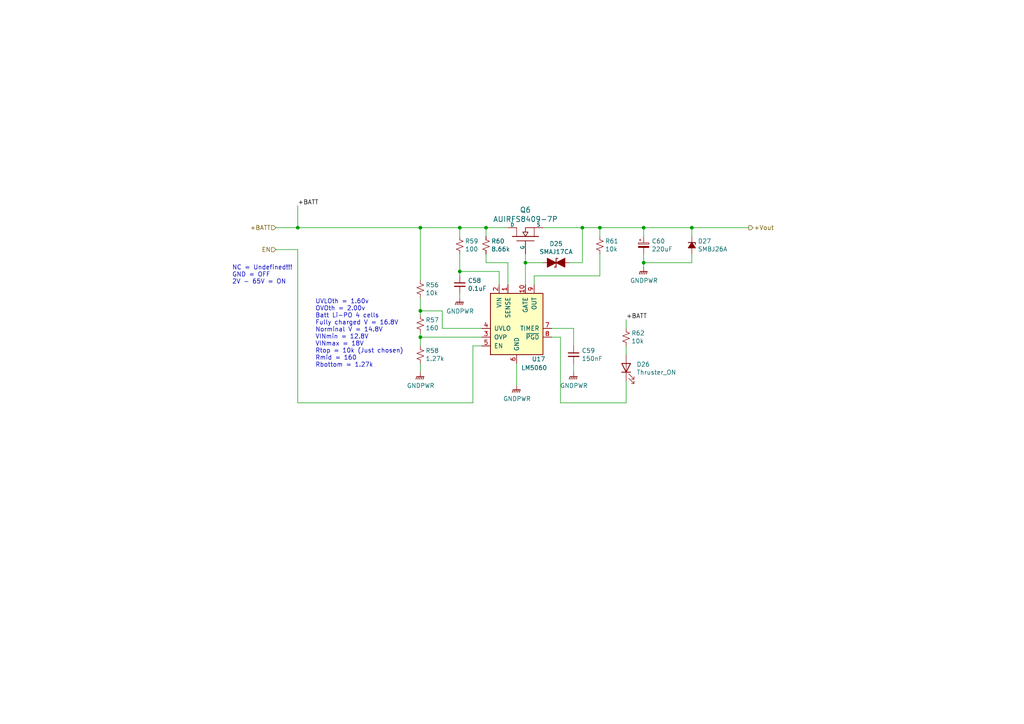
<source format=kicad_sch>
(kicad_sch (version 20211123) (generator eeschema)
  (paper "A4")
  (title_block (title "Power Management for Zeabus AUV") (date "20-April-2020") (rev "1.0.0") (company "Zeabus") (comment 1 "by Natchanan Thongtem and Akrapong Patchararungruang"))
  (lib_symbols
    (symbol "Device:C_Polarized_Small" (pin_numbers hide) (pin_names (offset 0.254) hide)
      (property "Reference" "C" (at 0.254 1.778 0))
      (property "Value" "C_Polarized_Small" (at 0.254 -2.032 0))
      (symbol "C_Polarized_Small_0_1"
        (rectangle (start -1.524 -0.3048) (end 1.524 -0.6858) (fill (type outline)))
        (rectangle (start -1.524 0.6858) (end 1.524 0.3048))
        (polyline (pts (xy -1.27 1.524) (xy -0.762 1.524)))
        (polyline (pts (xy -1.016 1.27) (xy -1.016 1.778)))
      )
      (symbol "C_Polarized_Small_1_1"
        (pin passive line (at 0 2.54 270) (length 1.8542) (name "~") (number "1"))
        (pin passive line (at 0 -2.54 90) (length 1.8542) (name "~") (number "2"))
      )
    )
    (symbol "Device:C_Small" (pin_numbers hide) (pin_names (offset 0.254) hide)
      (property "Reference" "C" (at 0.254 1.778 0))
      (property "Value" "C_Small" (at 0.254 -2.032 0))
      (symbol "C_Small_0_1"
        (polyline (pts (xy -1.524 -0.508) (xy 1.524 -0.508)) (stroke (width 0.3302)))
        (polyline (pts (xy -1.524 0.508) (xy 1.524 0.508)) (stroke (width 0.3048)))
      )
      (symbol "C_Small_1_1"
        (pin passive line (at 0 2.54 270) (length 2.032) (name "~") (number "1"))
        (pin passive line (at 0 -2.54 90) (length 2.032) (name "~") (number "2"))
      )
    )
    (symbol "Device:D_TVS_Filled" (pin_numbers hide) (pin_names (offset 1.016) hide)
      (property "Reference" "D" (at 0 2.54 0))
      (property "Value" "D_TVS_Filled" (at 0 -2.54 0))
      (symbol "D_TVS_Filled_0_1"
        (polyline (pts (xy 1.27 0) (xy -1.27 0)))
        (polyline (pts (xy -2.54 -1.27) (xy 0 0) (xy -2.54 1.27) (xy -2.54 -1.27)) (stroke (width 0.254)) (fill (type outline)))
        (polyline (pts (xy 0.508 1.27) (xy 0 1.27) (xy 0 -1.27) (xy -0.508 -1.27)) (stroke (width 0.254)))
        (polyline (pts (xy 2.54 1.27) (xy 2.54 -1.27) (xy 0 0) (xy 2.54 1.27)) (stroke (width 0.254)) (fill (type outline)))
      )
      (symbol "D_TVS_Filled_1_1"
        (pin passive line (at -3.81 0 0) (length 2.54) (name "A1") (number "1"))
        (pin passive line (at 3.81 0 180) (length 2.54) (name "A2") (number "2"))
      )
    )
    (symbol "Device:D_Zener_Small_Filled" (pin_numbers hide) (pin_names (offset 0.254) hide)
      (property "Reference" "D" (at 0 2.286 0))
      (property "Value" "D_Zener_Small_Filled" (at 0 -2.286 0))
      (symbol "D_Zener_Small_Filled_0_1"
        (polyline (pts (xy 0.762 0) (xy -0.762 0)))
        (polyline (pts (xy -0.254 1.016) (xy -0.762 1.016) (xy -0.762 -1.016)) (stroke (width 0.254)))
        (polyline (pts (xy 0.762 1.016) (xy -0.762 0) (xy 0.762 -1.016) (xy 0.762 1.016)) (stroke (width 0.254)) (fill (type outline)))
      )
      (symbol "D_Zener_Small_Filled_1_1"
        (pin passive line (at -2.54 0 0) (length 1.778) (name "K") (number "1"))
        (pin passive line (at 2.54 0 180) (length 1.778) (name "A") (number "2"))
      )
    )
    (symbol "Device:LED" (pin_numbers hide) (pin_names (offset 1.016) hide)
      (property "Reference" "D" (at 0 2.54 0))
      (property "Value" "LED" (at 0 -2.54 0))
      (symbol "LED_0_1"
        (polyline (pts (xy -1.27 -1.27) (xy -1.27 1.27)) (stroke (width 0.254)))
        (polyline (pts (xy -1.27 0) (xy 1.27 0)))
        (polyline (pts (xy 1.27 -1.27) (xy 1.27 1.27) (xy -1.27 0) (xy 1.27 -1.27)) (stroke (width 0.254)))
        (polyline (pts (xy -3.048 -0.762) (xy -4.572 -2.286) (xy -3.81 -2.286) (xy -4.572 -2.286) (xy -4.572 -1.524)))
        (polyline (pts (xy -1.778 -0.762) (xy -3.302 -2.286) (xy -2.54 -2.286) (xy -3.302 -2.286) (xy -3.302 -1.524)))
      )
      (symbol "LED_1_1"
        (pin passive line (at -3.81 0 0) (length 2.54) (name "K") (number "1"))
        (pin passive line (at 3.81 0 180) (length 2.54) (name "A") (number "2"))
      )
    )
    (symbol "Device:R_Small_US" (pin_numbers hide) (pin_names (offset 0.254) hide)
      (property "Reference" "R" (at 0.762 0.508 0))
      (property "Value" "R_Small_US" (at 0.762 -1.016 0))
      (symbol "R_Small_US_1_1"
        (polyline (pts (xy 0 0) (xy 1.016 -0.381) (xy 0 -0.762) (xy -1.016 -1.143) (xy 0 -1.524)))
        (polyline (pts (xy 0 1.524) (xy 1.016 1.143) (xy 0 0.762) (xy -1.016 0.381) (xy 0 0)))
        (pin passive line (at 0 2.54 270) (length 1.016) (name "~") (number "1"))
        (pin passive line (at 0 -2.54 90) (length 1.016) (name "~") (number "2"))
      )
    )
    (symbol "Power_Management:LM5060" (pin_names (offset 1.016))
      (property "Reference" "U" (at -7.62 -11.43 0))
      (property "Value" "LM5060" (at 1.27 -11.43 0))
      (symbol "LM5060_0_1"
        (rectangle (start 7.62 7.62) (end -7.62 -10.16) (stroke (width 0.254)) (fill (type background)))
      )
      (symbol "LM5060_1_0"
        (pin power_in line (at 0 -12.7 90) (length 2.54) (name "GND") (number "6"))
      )
      (symbol "LM5060_1_1"
        (pin input line (at -2.54 10.16 270) (length 2.54) (name "SENSE") (number "1"))
        (pin output line (at 2.54 10.16 270) (length 2.54) (name "GATE") (number "10"))
        (pin power_in line (at -5.08 10.16 270) (length 2.54) (name "VIN") (number "2"))
        (pin input line (at -10.16 -5.08 0) (length 2.54) (name "OVP") (number "3"))
        (pin input line (at -10.16 -2.54 0) (length 2.54) (name "UVLO") (number "4"))
        (pin input line (at -10.16 -7.62 0) (length 2.54) (name "EN") (number "5"))
        (pin input line (at 10.16 -2.54 180) (length 2.54) (name "TIMER") (number "7"))
        (pin open_collector line (at 10.16 -5.08 180) (length 2.54) (name "~{PGD}") (number "8"))
        (pin input line (at 5.08 10.16 270) (length 2.54) (name "OUT") (number "9"))
      )
    )
    (symbol "power:GNDPWR" (power) (pin_names (offset 0))
      (property "Value" "GNDPWR" (at 0 -3.302 0))
      (symbol "GNDPWR_0_1"
        (polyline (pts (xy 0 -1.27) (xy 0 0)))
        (polyline (pts (xy -1.016 -1.27) (xy -1.27 -2.032) (xy -1.27 -2.032)) (stroke (width 0.2032)))
        (polyline (pts (xy -0.508 -1.27) (xy -0.762 -2.032) (xy -0.762 -2.032)) (stroke (width 0.2032)))
        (polyline (pts (xy 0 -1.27) (xy -0.254 -2.032) (xy -0.254 -2.032)) (stroke (width 0.2032)))
        (polyline (pts (xy 0.508 -1.27) (xy 0.254 -2.032) (xy 0.254 -2.032)) (stroke (width 0.2032)))
        (polyline (pts (xy 1.016 -1.27) (xy -1.016 -1.27) (xy -1.016 -1.27)) (stroke (width 0.2032)))
        (polyline (pts (xy 1.016 -1.27) (xy 0.762 -2.032) (xy 0.762 -2.032) (xy 0.762 -2.032)) (stroke (width 0.2032)))
      )
      (symbol "GNDPWR_1_1"
        (pin power_in line (at 0 0 270) (length 0) hide (name "GNDPWR") (number "1"))
      )
    )
    (symbol "zeabus:AUIRFS8409-7P" (pin_numbers hide) (pin_names (offset 0))
      (property "Reference" "Q" (at 0.254 4.318 0))
      (property "Value" "AUIRFS8409-7P" (at 0.254 -3.81 0))
      (property "Datasheet" "transistors/mos/*.*" (at 0 0 0))
      (symbol "AUIRFS8409-7P_0_1"
        (polyline (pts (xy -1.27 -2.54) (xy -1.27 2.54)) (stroke (width 0.2032)))
        (polyline (pts (xy 0 -3.81) (xy 0 3.81)) (stroke (width 0.254)))
        (polyline (pts (xy 2.54 -2.54) (xy 0 -2.54)))
        (polyline (pts (xy 2.54 2.54) (xy 0 2.54)))
        (polyline (pts (xy 2.54 -2.54) (xy 2.54 0) (xy 1.27 0)) (stroke (width 0.2032)))
        (polyline (pts (xy 1.27 0.762) (xy 1.27 -0.762) (xy 0 0) (xy 1.27 0.762) (xy 1.27 0.762)) (stroke (width 0.2032)))
      )
      (symbol "AUIRFS8409-7P_1_1"
        (pin passive line (at 2.54 5.08 270) (length 2.54) (name "D") (number "D"))
        (pin input line (at -5.08 0 0) (length 3.81) (name "G") (number "G"))
        (pin passive line (at 2.54 -5.08 90) (length 2.54) (name "S") (number "S"))
      )
    )
  )
  (junction (at 133.35 78.74))
  (junction (at 173.99 66.04))
  (junction (at 86.36 66.04))
  (junction (at 200.66 66.04))
  (junction (at 121.92 66.04))
  (junction (at 140.97 66.04))
  (junction (at 121.92 97.79))
  (junction (at 186.69 76.2))
  (junction (at 121.92 90.17))
  (junction (at 152.4 76.2))
  (junction (at 186.69 66.04))
  (junction (at 133.35 66.04))
  (junction (at 168.91 66.04))
  (wire (pts (xy 200.66 76.2) (xy 200.66 73.66)))
  (wire (pts (xy 168.91 66.04) (xy 173.99 66.04)))
  (wire (pts (xy 186.69 76.2) (xy 186.69 77.47)))
  (wire (pts (xy 147.32 66.04) (xy 140.97 66.04)))
  (wire (pts (xy 133.35 78.74) (xy 133.35 73.66)))
  (wire (pts (xy 121.92 81.28) (xy 121.92 66.04)))
  (wire (pts (xy 121.92 96.52) (xy 121.92 97.79)))
  (wire (pts (xy 140.97 76.2) (xy 147.32 76.2)))
  (wire (pts (xy 152.4 76.2) (xy 157.48 76.2)))
  (wire (pts (xy 140.97 66.04) (xy 140.97 68.58)))
  (wire (pts (xy 86.36 66.04) (xy 121.92 66.04)))
  (wire (pts (xy 137.16 100.33) (xy 137.16 116.84)))
  (wire (pts (xy 186.69 73.66) (xy 186.69 76.2)))
  (wire (pts (xy 144.78 82.55) (xy 144.78 78.74)))
  (wire (pts (xy 80.01 72.39) (xy 86.36 72.39)))
  (wire (pts (xy 152.4 76.2) (xy 152.4 82.55)))
  (wire (pts (xy 152.4 73.66) (xy 152.4 76.2)))
  (wire (pts (xy 121.92 97.79) (xy 139.7 97.79)))
  (wire (pts (xy 139.7 95.25) (xy 128.27 95.25)))
  (wire (pts (xy 133.35 66.04) (xy 133.35 68.58)))
  (wire (pts (xy 154.94 80.01) (xy 173.99 80.01)))
  (wire (pts (xy 80.01 66.04) (xy 86.36 66.04)))
  (wire (pts (xy 140.97 73.66) (xy 140.97 76.2)))
  (wire (pts (xy 133.35 66.04) (xy 140.97 66.04)))
  (wire (pts (xy 121.92 86.36) (xy 121.92 90.17)))
  (wire (pts (xy 162.56 97.79) (xy 162.56 116.84)))
  (wire (pts (xy 181.61 95.25) (xy 181.61 92.71)))
  (wire (pts (xy 181.61 110.49) (xy 181.61 116.84)))
  (wire (pts (xy 121.92 66.04) (xy 133.35 66.04)))
  (wire (pts (xy 168.91 66.04) (xy 168.91 76.2)))
  (wire (pts (xy 186.69 66.04) (xy 173.99 66.04)))
  (wire (pts (xy 166.37 105.41) (xy 166.37 107.95)))
  (wire (pts (xy 160.02 95.25) (xy 166.37 95.25)))
  (wire (pts (xy 86.36 66.04) (xy 86.36 59.69)))
  (wire (pts (xy 200.66 66.04) (xy 200.66 68.58)))
  (wire (pts (xy 166.37 95.25) (xy 166.37 100.33)))
  (wire (pts (xy 173.99 73.66) (xy 173.99 80.01)))
  (wire (pts (xy 181.61 102.87) (xy 181.61 100.33)))
  (wire (pts (xy 133.35 78.74) (xy 133.35 80.01)))
  (wire (pts (xy 173.99 66.04) (xy 173.99 68.58)))
  (wire (pts (xy 165.1 76.2) (xy 168.91 76.2)))
  (wire (pts (xy 149.86 105.41) (xy 149.86 111.76)))
  (wire (pts (xy 160.02 97.79) (xy 162.56 97.79)))
  (wire (pts (xy 157.48 66.04) (xy 168.91 66.04)))
  (wire (pts (xy 128.27 90.17) (xy 121.92 90.17)))
  (wire (pts (xy 217.17 66.04) (xy 200.66 66.04)))
  (wire (pts (xy 186.69 66.04) (xy 200.66 66.04)))
  (wire (pts (xy 186.69 76.2) (xy 200.66 76.2)))
  (wire (pts (xy 147.32 76.2) (xy 147.32 82.55)))
  (wire (pts (xy 128.27 95.25) (xy 128.27 90.17)))
  (wire (pts (xy 186.69 66.04) (xy 186.69 68.58)))
  (wire (pts (xy 86.36 72.39) (xy 86.36 116.84)))
  (wire (pts (xy 121.92 90.17) (xy 121.92 91.44)))
  (wire (pts (xy 139.7 100.33) (xy 137.16 100.33)))
  (wire (pts (xy 154.94 82.55) (xy 154.94 80.01)))
  (wire (pts (xy 144.78 78.74) (xy 133.35 78.74)))
  (wire (pts (xy 121.92 97.79) (xy 121.92 100.33)))
  (wire (pts (xy 162.56 116.84) (xy 181.61 116.84)))
  (wire (pts (xy 121.92 105.41) (xy 121.92 107.95)))
  (wire (pts (xy 133.35 85.09) (xy 133.35 86.36)))
  (wire (pts (xy 86.36 116.84) (xy 137.16 116.84)))
  (text "UVLOth = 1.60v\nOVOth = 2.00v\nBatt Li-PO 4 cells\nFully charged V = 16.8V\nNorminal V = 14.8V\nVINmin = 12.8V\nVINmax = 18V\nRtop = 10k (Just chosen)\nRmid = 160\nRbottom = 1.27k" (at 91.44 106.68 0) (effects (font (size 1.27 1.27)) (justify left bottom)))
  (text "NC = Undefined!!!\nGND = OFF\n2V - 65V = ON" (at 67.31 82.55 0) (effects (font (size 1.27 1.27)) (justify left bottom)))
  (label "+BATT" (at 86.36 59.69 0))
  (label "+BATT" (at 181.61 92.71 0))
  (hierarchical_label "+BATT" (shape input) (at 80.01 66.04 180))
  (hierarchical_label "+Vout" (shape output) (at 217.17 66.04 0))
  (hierarchical_label "EN" (shape input) (at 80.01 72.39 180))
  (symbol (lib_id "Power_Management:LM5060") (at 149.86 92.71 0) (unit 1)
    (property "Reference" "U17" (at 156.21 104.14 0))
    (property "Value" "LM5060" (at 154.94 106.68 0))
    (property "Footprint" "Package_SO:MSOP-10_3x3mm_P0.5mm" (effects hide))
    (property "Datasheet" "3123413" (effects hide))
  )
  (symbol (lib_id "Device:C_Small") (at 166.37 102.87 0) (unit 1)
    (property "Reference" "C59" (at 168.7068 101.7016 0) (effects (justify left)))
    (property "Value" "150nF" (at 168.7068 104.013 0) (effects (justify left)))
    (property "Footprint" "Capacitor_SMD:C_0603_1608Metric_Pad1.05x0.95mm_HandSolder" (effects hide))
    (property "Datasheet" "2496840" (effects hide))
  )
  (symbol (lib_id "Device:R_Small_US") (at 140.97 71.12 0) (unit 1)
    (property "Reference" "R60" (at 142.4686 69.9516 0) (effects (justify left)))
    (property "Value" "8.66k" (at 142.4686 72.263 0) (effects (justify left)))
    (property "Footprint" "Resistor_SMD:R_0603_1608Metric_Pad1.05x0.95mm_HandSolder" (effects hide))
  )
  (symbol (lib_id "Device:R_Small_US") (at 173.99 71.12 0) (unit 1)
    (property "Reference" "R61" (at 175.4886 69.9516 0) (effects (justify left)))
    (property "Value" "10k" (at 175.4886 72.263 0) (effects (justify left)))
    (property "Footprint" "Resistor_SMD:R_0603_1608Metric_Pad1.05x0.95mm_HandSolder" (effects hide))
  )
  (symbol (lib_id "Device:R_Small_US") (at 181.61 97.79 0) (unit 1)
    (property "Reference" "R62" (at 183.1086 96.6216 0) (effects (justify left)))
    (property "Value" "10k" (at 183.1086 98.933 0) (effects (justify left)))
    (property "Footprint" "Resistor_SMD:R_0603_1608Metric_Pad1.05x0.95mm_HandSolder" (effects hide))
  )
  (symbol (lib_id "Device:R_Small_US") (at 121.92 83.82 0) (unit 1)
    (property "Reference" "R56" (at 123.4186 82.6516 0) (effects (justify left)))
    (property "Value" "10k" (at 123.4186 84.963 0) (effects (justify left)))
    (property "Footprint" "Resistor_SMD:R_0603_1608Metric_Pad1.05x0.95mm_HandSolder" (effects hide))
  )
  (symbol (lib_id "Device:R_Small_US") (at 121.92 102.87 0) (unit 1)
    (property "Reference" "R58" (at 123.4186 101.7016 0) (effects (justify left)))
    (property "Value" "1.27k" (at 123.4186 104.013 0) (effects (justify left)))
    (property "Footprint" "Resistor_SMD:R_0603_1608Metric_Pad1.05x0.95mm_HandSolder" (effects hide))
  )
  (symbol (lib_id "Device:D_Zener_Small_Filled") (at 200.66 71.12 270) (unit 1)
    (property "Reference" "D27" (at 202.3872 69.9516 90) (effects (justify left)))
    (property "Value" "SMBJ26A" (at 202.3872 72.263 90) (effects (justify left)))
    (property "Footprint" "Diode_SMD:D_SMB_Handsoldering" (effects hide))
  )
  (symbol (lib_id "Device:C_Polarized_Small") (at 186.69 71.12 0) (unit 1)
    (property "Reference" "C60" (at 189.0014 69.9516 0) (effects (justify left)))
    (property "Value" "220uF" (at 189.0014 72.263 0) (effects (justify left)))
    (property "Footprint" "Capacitor_SMD:CP_Elec_10x10" (effects hide))
  )
  (symbol (lib_id "Device:D_TVS_Filled") (at 161.29 76.2 0) (unit 1)
    (property "Reference" "D25" (at 161.29 70.7136 0))
    (property "Value" "SMAJ17CA" (at 161.29 73.025 0))
    (property "Footprint" "Diode_SMD:D_SMA_Handsoldering" (effects hide))
  )
  (symbol (lib_id "Device:C_Small") (at 133.35 82.55 0) (unit 1)
    (property "Reference" "C58" (at 135.6868 81.3816 0) (effects (justify left)))
    (property "Value" "0.1uF" (at 135.6868 83.693 0) (effects (justify left)))
    (property "Footprint" "Capacitor_SMD:C_0603_1608Metric_Pad1.05x0.95mm_HandSolder" (effects hide))
    (property "Datasheet" "1709958" (effects hide))
  )
  (symbol (lib_id "Device:R_Small_US") (at 133.35 71.12 0) (unit 1)
    (property "Reference" "R59" (at 134.8486 69.9516 0) (effects (justify left)))
    (property "Value" "100" (at 134.8486 72.263 0) (effects (justify left)))
    (property "Footprint" "Resistor_SMD:R_0603_1608Metric_Pad1.05x0.95mm_HandSolder" (effects hide))
  )
  (symbol (lib_id "Device:R_Small_US") (at 121.92 93.98 0) (unit 1)
    (property "Reference" "R57" (at 123.4186 92.8116 0) (effects (justify left)))
    (property "Value" "160" (at 123.4186 95.123 0) (effects (justify left)))
    (property "Footprint" "Resistor_SMD:R_0603_1608Metric_Pad1.05x0.95mm_HandSolder" (effects hide))
  )
  (symbol (lib_id "Device:LED") (at 181.61 106.68 90) (unit 1)
    (property "Reference" "D26" (at 184.6072 105.6894 90) (effects (justify right)))
    (property "Value" "Thruster_ON" (at 184.6072 108.0008 90) (effects (justify right)))
    (property "Footprint" "LED_SMD:LED_0603_1608Metric_Pad1.05x0.95mm_HandSolder" (effects hide))
  )
  (symbol (lib_id "power:GNDPWR") (at 121.92 107.95 0) (unit 1)
    (property "Reference" "#PWR058" (effects hide))
    (property "Value" "GNDPWR" (at 122.0216 111.8616 0))
  )
  (symbol (lib_id "power:GNDPWR") (at 133.35 86.36 0) (unit 1)
    (property "Reference" "#PWR059" (effects hide))
    (property "Value" "GNDPWR" (at 133.4516 90.2716 0))
  )
  (symbol (lib_id "power:GNDPWR") (at 149.86 111.76 0) (unit 1)
    (property "Reference" "#PWR060" (effects hide))
    (property "Value" "GNDPWR" (at 149.9616 115.6716 0))
  )
  (symbol (lib_id "power:GNDPWR") (at 166.37 107.95 0) (unit 1)
    (property "Reference" "#PWR061" (effects hide))
    (property "Value" "GNDPWR" (at 166.4716 111.8616 0))
  )
  (symbol (lib_id "power:GNDPWR") (at 186.69 77.47 0) (unit 1)
    (property "Reference" "#PWR062" (effects hide))
    (property "Value" "GNDPWR" (at 186.7916 81.3816 0))
  )
  (symbol (lib_id "zeabus:AUIRFS8409-7P") (at 152.4 68.58 90) (unit 1)
    (property "Reference" "Q6" (at 152.4 60.8838 90) (effects (font (size 1.524 1.524))))
    (property "Value" "AUIRFS8409-7P" (at 152.4 63.5762 90) (effects (font (size 1.524 1.524))))
    (property "Footprint" "zeabus:D2PAK-7" (effects hide))
    (property "Datasheet" "2352041" (effects hide))
  )
)
</source>
